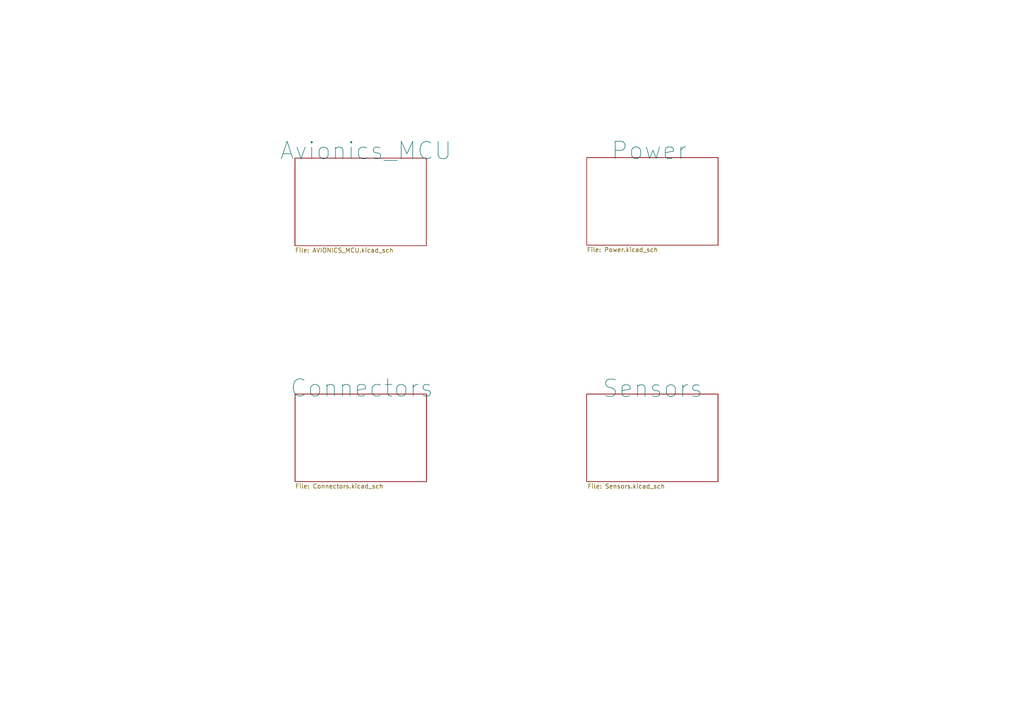
<source format=kicad_sch>
(kicad_sch (version 20211123) (generator eeschema)
  (paper "A4")
  (lib_symbols)
  (sheet (at 170.18 45.72) (size 38.1 25.4) (stroke (width 0.1524))
    (property "Sheet name" "Power" (at 177.1396 46.5836 0) (effects (font (size 5 5)) (justify left bottom)))
    (property "Sheet file" "Power.kicad_sch" (at 170.18 71.7046 0) (effects (justify left top)))
  )
  (sheet (at 85.598 114.3) (size 38.1 25.4) (stroke (width 0.1524))
    (property "Sheet name" "Connectors" (at 84.0232 115.4684 0) (effects (font (size 5 5)) (justify left bottom)))
    (property "Sheet file" "Connectors.kicad_sch" (at 85.598 140.2846 0) (effects (justify left top)))
  )
  (sheet (at 170.1546 114.3) (size 38.1 25.4) (stroke (width 0.1524))
    (property "Sheet name" "Sensors" (at 174.5996 115.57 0) (effects (font (size 5 5)) (justify left bottom)))
    (property "Sheet file" "Sensors.kicad_sch" (at 170.3832 140.3096 0) (effects (justify left top)))
  )
  (sheet (at 85.5472 45.8724) (size 38.1 25.4) (stroke (width 0.1524))
    (property "Sheet name" "Avionics_MCU" (at 81.026 46.6344 0) (effects (font (size 5 5)) (justify left bottom)))
    (property "Sheet file" "AVIONICS_MCU.kicad_sch" (at 85.5472 71.857 0) (effects (justify left top)))
  )
)
</source>
